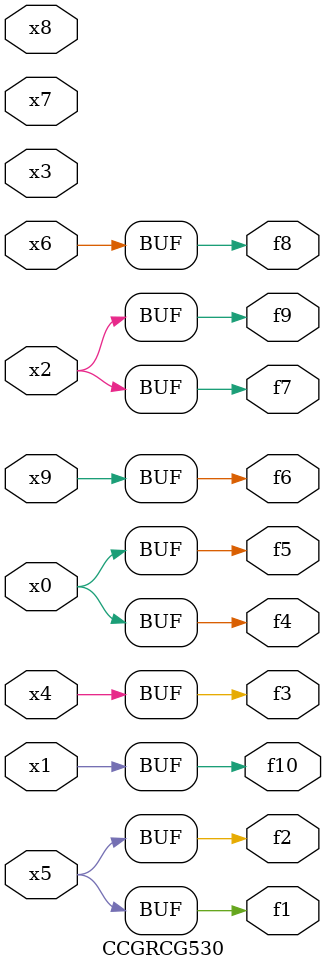
<source format=v>
module CCGRCG530(
	input x0, x1, x2, x3, x4, x5, x6, x7, x8, x9,
	output f1, f2, f3, f4, f5, f6, f7, f8, f9, f10
);
	assign f1 = x5;
	assign f2 = x5;
	assign f3 = x4;
	assign f4 = x0;
	assign f5 = x0;
	assign f6 = x9;
	assign f7 = x2;
	assign f8 = x6;
	assign f9 = x2;
	assign f10 = x1;
endmodule

</source>
